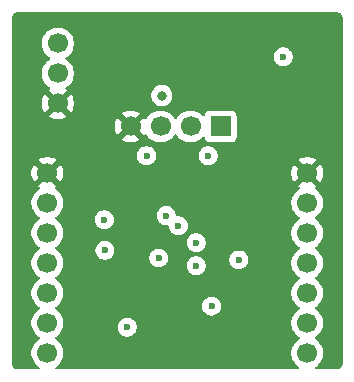
<source format=gbr>
%TF.GenerationSoftware,KiCad,Pcbnew,9.0.6*%
%TF.CreationDate,2025-11-30T13:42:40+01:00*%
%TF.ProjectId,stm32f030f4p6-board,73746d33-3266-4303-9330-663470362d62,rev?*%
%TF.SameCoordinates,Original*%
%TF.FileFunction,Copper,L3,Inr*%
%TF.FilePolarity,Positive*%
%FSLAX46Y46*%
G04 Gerber Fmt 4.6, Leading zero omitted, Abs format (unit mm)*
G04 Created by KiCad (PCBNEW 9.0.6) date 2025-11-30 13:42:40*
%MOMM*%
%LPD*%
G01*
G04 APERTURE LIST*
%TA.AperFunction,ComponentPad*%
%ADD10C,1.700000*%
%TD*%
%TA.AperFunction,ComponentPad*%
%ADD11R,1.700000X1.700000*%
%TD*%
%TA.AperFunction,ViaPad*%
%ADD12C,0.600000*%
%TD*%
%TA.AperFunction,ViaPad*%
%ADD13C,0.800000*%
%TD*%
G04 APERTURE END LIST*
D10*
%TO.N,+3.3V*%
%TO.C,J2*%
X86385500Y-56237999D03*
%TO.N,/boot0*%
X86385500Y-53697999D03*
%TO.N,unconnected-(J2-Pin_3-Pad3)*%
X86385500Y-51157999D03*
%TD*%
%TO.N,+3.3V*%
%TO.C,J3*%
X107500000Y-62134999D03*
%TO.N,GND*%
X107500000Y-64674999D03*
%TO.N,/PA9*%
X107500000Y-67214999D03*
%TO.N,/PB1*%
X107500000Y-69754999D03*
%TO.N,/PA7*%
X107500000Y-72294999D03*
%TO.N,/PA6*%
X107500000Y-74834999D03*
%TO.N,/PA5*%
X107500000Y-77374999D03*
%TD*%
%TO.N,+3.3V*%
%TO.C,J5*%
X85500000Y-62134999D03*
%TO.N,GND*%
X85500000Y-64674999D03*
%TO.N,/PA0*%
X85500000Y-67214999D03*
%TO.N,/PA1*%
X85500000Y-69754999D03*
%TO.N,/PA2*%
X85500000Y-72294999D03*
%TO.N,/PA3*%
X85500000Y-74834999D03*
%TO.N,/PA4*%
X85500000Y-77374999D03*
%TD*%
D11*
%TO.N,GND*%
%TO.C,J1*%
X100162500Y-58186999D03*
D10*
%TO.N,/SWCLK*%
X97622500Y-58186999D03*
%TO.N,/SWDIO*%
X95082500Y-58186999D03*
%TO.N,+3.3V*%
X92542500Y-58186999D03*
%TD*%
D12*
%TO.N,+3.3V*%
X92128500Y-67800000D03*
%TO.N,GND*%
X105458000Y-52293999D03*
%TO.N,Net-(U1-PF1)*%
X96591000Y-66582000D03*
%TO.N,Net-(U1-PF0)*%
X95550000Y-65730000D03*
%TO.N,GND*%
X93890000Y-60670000D03*
X99110000Y-60670000D03*
%TO.N,/PB1*%
X98099500Y-69970999D03*
%TO.N,+3.3V*%
X100462500Y-73341999D03*
X101690000Y-68515999D03*
%TO.N,GND*%
X99396500Y-73394999D03*
X101690000Y-69475999D03*
%TO.N,/PA9*%
X98099500Y-68020999D03*
%TO.N,GND*%
X90368500Y-68670999D03*
%TO.N,+3.3V*%
X106537500Y-57004999D03*
%TO.N,/PA0*%
X94921500Y-69320999D03*
D13*
%TO.N,GND*%
X95182500Y-55568999D03*
D12*
X90325000Y-66070999D03*
X92253500Y-75175999D03*
%TD*%
%TA.AperFunction,Conductor*%
%TO.N,+3.3V*%
G36*
X110006922Y-48501280D02*
G01*
X110097266Y-48511459D01*
X110124331Y-48517636D01*
X110203540Y-48545352D01*
X110228553Y-48557398D01*
X110299606Y-48602043D01*
X110321313Y-48619355D01*
X110380644Y-48678686D01*
X110397957Y-48700395D01*
X110442600Y-48771444D01*
X110454648Y-48796462D01*
X110482362Y-48875666D01*
X110488540Y-48902735D01*
X110498720Y-48993076D01*
X110499500Y-49006961D01*
X110499500Y-78243038D01*
X110498720Y-78256922D01*
X110498720Y-78256923D01*
X110488540Y-78347264D01*
X110482362Y-78374333D01*
X110454648Y-78453537D01*
X110442600Y-78478555D01*
X110397957Y-78549604D01*
X110380644Y-78571313D01*
X110321313Y-78630644D01*
X110299604Y-78647957D01*
X110228555Y-78692600D01*
X110203537Y-78704648D01*
X110124333Y-78732362D01*
X110097264Y-78738540D01*
X110017075Y-78747576D01*
X110006921Y-78748720D01*
X109993038Y-78749500D01*
X108287402Y-78749500D01*
X108220363Y-78729815D01*
X108174608Y-78677011D01*
X108164664Y-78607853D01*
X108193689Y-78544297D01*
X108214517Y-78525182D01*
X108379786Y-78405108D01*
X108379788Y-78405105D01*
X108379792Y-78405103D01*
X108530104Y-78254791D01*
X108530106Y-78254787D01*
X108530109Y-78254785D01*
X108655048Y-78082819D01*
X108655047Y-78082819D01*
X108655051Y-78082815D01*
X108751557Y-77893411D01*
X108817246Y-77691242D01*
X108850500Y-77481286D01*
X108850500Y-77268712D01*
X108817246Y-77058756D01*
X108751557Y-76856587D01*
X108655051Y-76667183D01*
X108655049Y-76667180D01*
X108655048Y-76667178D01*
X108530109Y-76495212D01*
X108379786Y-76344889D01*
X108207820Y-76219950D01*
X108207115Y-76219590D01*
X108199054Y-76215484D01*
X108148259Y-76167511D01*
X108131463Y-76099691D01*
X108153999Y-76033555D01*
X108199054Y-75994514D01*
X108207816Y-75990050D01*
X108268808Y-75945737D01*
X108379786Y-75865108D01*
X108379788Y-75865105D01*
X108379792Y-75865103D01*
X108530104Y-75714791D01*
X108530106Y-75714787D01*
X108530109Y-75714785D01*
X108655048Y-75542819D01*
X108655047Y-75542819D01*
X108655051Y-75542815D01*
X108751557Y-75353411D01*
X108817246Y-75151242D01*
X108850500Y-74941286D01*
X108850500Y-74728712D01*
X108817246Y-74518756D01*
X108751557Y-74316587D01*
X108655051Y-74127183D01*
X108655049Y-74127180D01*
X108655048Y-74127178D01*
X108530109Y-73955212D01*
X108379786Y-73804889D01*
X108207820Y-73679950D01*
X108207115Y-73679590D01*
X108199054Y-73675484D01*
X108148259Y-73627511D01*
X108131463Y-73559691D01*
X108153999Y-73493555D01*
X108199054Y-73454514D01*
X108207816Y-73450050D01*
X108229789Y-73434085D01*
X108379786Y-73325108D01*
X108379788Y-73325105D01*
X108379792Y-73325103D01*
X108530104Y-73174791D01*
X108530106Y-73174787D01*
X108530109Y-73174785D01*
X108655048Y-73002819D01*
X108655047Y-73002819D01*
X108655051Y-73002815D01*
X108751557Y-72813411D01*
X108817246Y-72611242D01*
X108850500Y-72401286D01*
X108850500Y-72188712D01*
X108817246Y-71978756D01*
X108751557Y-71776587D01*
X108655051Y-71587183D01*
X108655049Y-71587180D01*
X108655048Y-71587178D01*
X108530109Y-71415212D01*
X108379786Y-71264889D01*
X108207820Y-71139950D01*
X108207115Y-71139590D01*
X108199054Y-71135484D01*
X108148259Y-71087511D01*
X108131463Y-71019691D01*
X108153999Y-70953555D01*
X108199054Y-70914514D01*
X108207816Y-70910050D01*
X108229789Y-70894085D01*
X108379786Y-70785108D01*
X108379788Y-70785105D01*
X108379792Y-70785103D01*
X108530104Y-70634791D01*
X108530106Y-70634787D01*
X108530109Y-70634785D01*
X108655048Y-70462819D01*
X108655047Y-70462819D01*
X108655051Y-70462815D01*
X108751557Y-70273411D01*
X108817246Y-70071242D01*
X108850500Y-69861286D01*
X108850500Y-69648712D01*
X108817246Y-69438756D01*
X108751557Y-69236587D01*
X108655051Y-69047183D01*
X108655049Y-69047180D01*
X108655048Y-69047178D01*
X108530109Y-68875212D01*
X108379786Y-68724889D01*
X108207820Y-68599950D01*
X108207115Y-68599590D01*
X108199054Y-68595484D01*
X108148259Y-68547511D01*
X108131463Y-68479691D01*
X108153999Y-68413555D01*
X108199054Y-68374514D01*
X108207816Y-68370050D01*
X108315483Y-68291826D01*
X108379786Y-68245108D01*
X108379788Y-68245105D01*
X108379792Y-68245103D01*
X108530104Y-68094791D01*
X108530106Y-68094787D01*
X108530109Y-68094785D01*
X108655048Y-67922819D01*
X108655047Y-67922819D01*
X108655051Y-67922815D01*
X108751557Y-67733411D01*
X108817246Y-67531242D01*
X108850500Y-67321286D01*
X108850500Y-67108712D01*
X108817246Y-66898756D01*
X108751557Y-66696587D01*
X108655051Y-66507183D01*
X108655049Y-66507180D01*
X108655048Y-66507178D01*
X108530109Y-66335212D01*
X108379786Y-66184889D01*
X108207820Y-66059950D01*
X108207115Y-66059590D01*
X108199054Y-66055484D01*
X108148259Y-66007511D01*
X108131463Y-65939691D01*
X108153999Y-65873555D01*
X108199054Y-65834514D01*
X108207816Y-65830050D01*
X108279525Y-65777951D01*
X108379786Y-65705108D01*
X108379788Y-65705105D01*
X108379792Y-65705103D01*
X108530104Y-65554791D01*
X108530106Y-65554787D01*
X108530109Y-65554785D01*
X108655048Y-65382819D01*
X108655047Y-65382819D01*
X108655051Y-65382815D01*
X108751557Y-65193411D01*
X108817246Y-64991242D01*
X108850500Y-64781286D01*
X108850500Y-64568712D01*
X108817246Y-64358756D01*
X108751557Y-64156587D01*
X108655051Y-63967183D01*
X108655049Y-63967180D01*
X108655048Y-63967178D01*
X108530109Y-63795212D01*
X108379786Y-63644889D01*
X108207817Y-63519948D01*
X108198504Y-63515203D01*
X108147707Y-63467229D01*
X108130912Y-63399408D01*
X108153449Y-63333273D01*
X108198507Y-63294231D01*
X108207555Y-63289621D01*
X108261716Y-63250269D01*
X108261717Y-63250269D01*
X107629408Y-62617961D01*
X107692993Y-62600924D01*
X107807007Y-62535098D01*
X107900099Y-62442006D01*
X107965925Y-62327992D01*
X107982962Y-62264407D01*
X108615270Y-62896716D01*
X108615270Y-62896715D01*
X108654622Y-62842553D01*
X108751095Y-62653216D01*
X108816757Y-62451129D01*
X108816757Y-62451126D01*
X108850000Y-62241245D01*
X108850000Y-62028752D01*
X108816757Y-61818871D01*
X108816757Y-61818868D01*
X108751095Y-61616781D01*
X108654624Y-61427448D01*
X108615270Y-61373281D01*
X108615269Y-61373281D01*
X107982962Y-62005589D01*
X107965925Y-61942006D01*
X107900099Y-61827992D01*
X107807007Y-61734900D01*
X107692993Y-61669074D01*
X107629409Y-61652036D01*
X108261716Y-61019727D01*
X108207550Y-60980374D01*
X108018217Y-60883903D01*
X107816129Y-60818241D01*
X107606246Y-60784999D01*
X107393754Y-60784999D01*
X107183872Y-60818241D01*
X107183869Y-60818241D01*
X106981782Y-60883903D01*
X106792439Y-60980379D01*
X106738282Y-61019726D01*
X106738282Y-61019727D01*
X107370591Y-61652036D01*
X107307007Y-61669074D01*
X107192993Y-61734900D01*
X107099901Y-61827992D01*
X107034075Y-61942006D01*
X107017037Y-62005590D01*
X106384728Y-61373281D01*
X106384727Y-61373281D01*
X106345380Y-61427438D01*
X106248904Y-61616781D01*
X106183242Y-61818868D01*
X106183242Y-61818871D01*
X106150000Y-62028752D01*
X106150000Y-62241245D01*
X106183242Y-62451126D01*
X106183242Y-62451129D01*
X106248904Y-62653216D01*
X106345375Y-62842549D01*
X106384728Y-62896715D01*
X107017037Y-62264407D01*
X107034075Y-62327992D01*
X107099901Y-62442006D01*
X107192993Y-62535098D01*
X107307007Y-62600924D01*
X107370590Y-62617961D01*
X106738282Y-63250268D01*
X106738282Y-63250269D01*
X106792452Y-63289625D01*
X106792451Y-63289625D01*
X106801495Y-63294233D01*
X106852292Y-63342207D01*
X106869087Y-63410028D01*
X106846550Y-63476163D01*
X106801499Y-63515201D01*
X106792182Y-63519948D01*
X106620213Y-63644889D01*
X106469890Y-63795212D01*
X106344951Y-63967178D01*
X106248444Y-64156584D01*
X106182753Y-64358759D01*
X106149500Y-64568712D01*
X106149500Y-64781285D01*
X106177847Y-64960264D01*
X106182754Y-64991242D01*
X106220760Y-65108213D01*
X106248444Y-65193413D01*
X106344951Y-65382819D01*
X106469890Y-65554785D01*
X106620213Y-65705108D01*
X106792182Y-65830049D01*
X106800946Y-65834515D01*
X106851742Y-65882490D01*
X106868536Y-65950311D01*
X106845998Y-66016446D01*
X106800946Y-66055483D01*
X106792182Y-66059948D01*
X106620213Y-66184889D01*
X106469890Y-66335212D01*
X106344951Y-66507178D01*
X106248444Y-66696584D01*
X106182753Y-66898759D01*
X106149500Y-67108712D01*
X106149500Y-67321285D01*
X106182753Y-67531238D01*
X106248444Y-67733413D01*
X106344951Y-67922819D01*
X106469890Y-68094785D01*
X106620213Y-68245108D01*
X106792182Y-68370049D01*
X106800946Y-68374515D01*
X106851742Y-68422490D01*
X106868536Y-68490311D01*
X106845998Y-68556446D01*
X106800946Y-68595483D01*
X106792182Y-68599948D01*
X106620213Y-68724889D01*
X106469890Y-68875212D01*
X106344951Y-69047178D01*
X106248444Y-69236584D01*
X106182753Y-69438759D01*
X106149500Y-69648712D01*
X106149500Y-69861285D01*
X106179364Y-70049843D01*
X106182754Y-70071242D01*
X106226052Y-70204500D01*
X106248444Y-70273413D01*
X106344951Y-70462819D01*
X106469890Y-70634785D01*
X106620213Y-70785108D01*
X106792182Y-70910049D01*
X106800946Y-70914515D01*
X106851742Y-70962490D01*
X106868536Y-71030311D01*
X106845998Y-71096446D01*
X106800946Y-71135483D01*
X106792182Y-71139948D01*
X106620213Y-71264889D01*
X106469890Y-71415212D01*
X106344951Y-71587178D01*
X106248444Y-71776584D01*
X106182753Y-71978759D01*
X106149500Y-72188712D01*
X106149500Y-72401286D01*
X106182754Y-72611242D01*
X106235381Y-72773212D01*
X106248444Y-72813413D01*
X106344951Y-73002819D01*
X106469890Y-73174785D01*
X106620213Y-73325108D01*
X106792182Y-73450049D01*
X106800946Y-73454515D01*
X106851742Y-73502490D01*
X106868536Y-73570311D01*
X106845998Y-73636446D01*
X106800946Y-73675483D01*
X106792182Y-73679948D01*
X106620213Y-73804889D01*
X106469890Y-73955212D01*
X106344951Y-74127178D01*
X106248444Y-74316584D01*
X106182753Y-74518759D01*
X106149500Y-74728712D01*
X106149500Y-74941285D01*
X106182753Y-75151238D01*
X106248444Y-75353413D01*
X106344951Y-75542819D01*
X106469890Y-75714785D01*
X106620213Y-75865108D01*
X106792182Y-75990049D01*
X106800946Y-75994515D01*
X106851742Y-76042490D01*
X106868536Y-76110311D01*
X106845998Y-76176446D01*
X106800946Y-76215483D01*
X106792182Y-76219948D01*
X106620213Y-76344889D01*
X106469890Y-76495212D01*
X106344951Y-76667178D01*
X106248444Y-76856584D01*
X106182753Y-77058759D01*
X106149500Y-77268712D01*
X106149500Y-77481285D01*
X106182753Y-77691238D01*
X106248444Y-77893413D01*
X106344951Y-78082819D01*
X106469890Y-78254785D01*
X106620213Y-78405108D01*
X106785483Y-78525182D01*
X106828149Y-78580511D01*
X106834128Y-78650125D01*
X106801523Y-78711920D01*
X106740684Y-78746277D01*
X106712598Y-78749500D01*
X86287402Y-78749500D01*
X86220363Y-78729815D01*
X86174608Y-78677011D01*
X86164664Y-78607853D01*
X86193689Y-78544297D01*
X86214517Y-78525182D01*
X86379786Y-78405108D01*
X86379788Y-78405105D01*
X86379792Y-78405103D01*
X86530104Y-78254791D01*
X86530106Y-78254787D01*
X86530109Y-78254785D01*
X86655048Y-78082819D01*
X86655047Y-78082819D01*
X86655051Y-78082815D01*
X86751557Y-77893411D01*
X86817246Y-77691242D01*
X86850500Y-77481286D01*
X86850500Y-77268712D01*
X86817246Y-77058756D01*
X86751557Y-76856587D01*
X86655051Y-76667183D01*
X86655049Y-76667180D01*
X86655048Y-76667178D01*
X86530109Y-76495212D01*
X86379786Y-76344889D01*
X86207820Y-76219950D01*
X86207115Y-76219590D01*
X86199054Y-76215484D01*
X86148259Y-76167511D01*
X86131463Y-76099691D01*
X86153999Y-76033555D01*
X86199054Y-75994514D01*
X86207816Y-75990050D01*
X86268808Y-75945737D01*
X86379786Y-75865108D01*
X86379788Y-75865105D01*
X86379792Y-75865103D01*
X86530104Y-75714791D01*
X86530106Y-75714787D01*
X86530109Y-75714785D01*
X86655048Y-75542819D01*
X86655047Y-75542819D01*
X86655051Y-75542815D01*
X86751557Y-75353411D01*
X86817246Y-75151242D01*
X86825813Y-75097152D01*
X91453000Y-75097152D01*
X91453000Y-75254845D01*
X91483761Y-75409488D01*
X91483764Y-75409500D01*
X91544102Y-75555171D01*
X91544109Y-75555184D01*
X91631710Y-75686287D01*
X91631713Y-75686291D01*
X91743207Y-75797785D01*
X91743211Y-75797788D01*
X91874314Y-75885389D01*
X91874327Y-75885396D01*
X92019998Y-75945734D01*
X92020003Y-75945736D01*
X92174653Y-75976498D01*
X92174656Y-75976499D01*
X92174658Y-75976499D01*
X92332344Y-75976499D01*
X92332345Y-75976498D01*
X92486997Y-75945736D01*
X92632679Y-75885393D01*
X92763789Y-75797788D01*
X92875289Y-75686288D01*
X92962894Y-75555178D01*
X93023237Y-75409496D01*
X93054000Y-75254841D01*
X93054000Y-75097157D01*
X93054000Y-75097154D01*
X93053999Y-75097152D01*
X93023238Y-74942509D01*
X93023237Y-74942502D01*
X93022733Y-74941285D01*
X92962897Y-74796826D01*
X92962890Y-74796813D01*
X92875289Y-74665710D01*
X92875286Y-74665706D01*
X92763792Y-74554212D01*
X92763788Y-74554209D01*
X92632685Y-74466608D01*
X92632672Y-74466601D01*
X92487001Y-74406263D01*
X92486989Y-74406260D01*
X92332345Y-74375499D01*
X92332342Y-74375499D01*
X92174658Y-74375499D01*
X92174655Y-74375499D01*
X92020010Y-74406260D01*
X92019998Y-74406263D01*
X91874327Y-74466601D01*
X91874314Y-74466608D01*
X91743211Y-74554209D01*
X91743207Y-74554212D01*
X91631713Y-74665706D01*
X91631710Y-74665710D01*
X91544109Y-74796813D01*
X91544102Y-74796826D01*
X91483764Y-74942497D01*
X91483761Y-74942509D01*
X91453000Y-75097152D01*
X86825813Y-75097152D01*
X86850500Y-74941286D01*
X86850500Y-74728712D01*
X86817246Y-74518756D01*
X86751557Y-74316587D01*
X86655051Y-74127183D01*
X86655049Y-74127180D01*
X86655048Y-74127178D01*
X86530109Y-73955212D01*
X86379786Y-73804889D01*
X86207820Y-73679950D01*
X86207115Y-73679590D01*
X86199054Y-73675484D01*
X86148259Y-73627511D01*
X86131463Y-73559691D01*
X86153999Y-73493555D01*
X86199054Y-73454514D01*
X86207816Y-73450050D01*
X86229789Y-73434085D01*
X86379786Y-73325108D01*
X86379788Y-73325105D01*
X86379792Y-73325103D01*
X86388743Y-73316152D01*
X98596000Y-73316152D01*
X98596000Y-73473845D01*
X98626761Y-73628488D01*
X98626764Y-73628500D01*
X98687102Y-73774171D01*
X98687109Y-73774184D01*
X98774710Y-73905287D01*
X98774713Y-73905291D01*
X98886207Y-74016785D01*
X98886211Y-74016788D01*
X99017314Y-74104389D01*
X99017327Y-74104396D01*
X99072341Y-74127183D01*
X99163003Y-74164736D01*
X99317653Y-74195498D01*
X99317656Y-74195499D01*
X99317658Y-74195499D01*
X99475344Y-74195499D01*
X99475345Y-74195498D01*
X99629997Y-74164736D01*
X99775679Y-74104393D01*
X99906789Y-74016788D01*
X100018289Y-73905288D01*
X100105894Y-73774178D01*
X100166237Y-73628496D01*
X100197000Y-73473841D01*
X100197000Y-73316157D01*
X100197000Y-73316154D01*
X100196999Y-73316152D01*
X100166238Y-73161509D01*
X100166237Y-73161502D01*
X100166235Y-73161497D01*
X100105897Y-73015826D01*
X100105890Y-73015813D01*
X100018289Y-72884710D01*
X100018286Y-72884706D01*
X99906792Y-72773212D01*
X99906788Y-72773209D01*
X99775685Y-72685608D01*
X99775672Y-72685601D01*
X99630001Y-72625263D01*
X99629989Y-72625260D01*
X99475345Y-72594499D01*
X99475342Y-72594499D01*
X99317658Y-72594499D01*
X99317655Y-72594499D01*
X99163010Y-72625260D01*
X99162998Y-72625263D01*
X99017327Y-72685601D01*
X99017314Y-72685608D01*
X98886211Y-72773209D01*
X98886207Y-72773212D01*
X98774713Y-72884706D01*
X98774710Y-72884710D01*
X98687109Y-73015813D01*
X98687102Y-73015826D01*
X98626764Y-73161497D01*
X98626761Y-73161509D01*
X98596000Y-73316152D01*
X86388743Y-73316152D01*
X86530104Y-73174791D01*
X86530106Y-73174787D01*
X86530109Y-73174785D01*
X86655048Y-73002819D01*
X86655047Y-73002819D01*
X86655051Y-73002815D01*
X86751557Y-72813411D01*
X86817246Y-72611242D01*
X86850500Y-72401286D01*
X86850500Y-72188712D01*
X86817246Y-71978756D01*
X86751557Y-71776587D01*
X86655051Y-71587183D01*
X86655049Y-71587180D01*
X86655048Y-71587178D01*
X86530109Y-71415212D01*
X86379786Y-71264889D01*
X86207820Y-71139950D01*
X86207115Y-71139590D01*
X86199054Y-71135484D01*
X86148259Y-71087511D01*
X86131463Y-71019691D01*
X86153999Y-70953555D01*
X86199054Y-70914514D01*
X86207816Y-70910050D01*
X86229789Y-70894085D01*
X86379786Y-70785108D01*
X86379788Y-70785105D01*
X86379792Y-70785103D01*
X86530104Y-70634791D01*
X86530106Y-70634787D01*
X86530109Y-70634785D01*
X86655048Y-70462819D01*
X86655047Y-70462819D01*
X86655051Y-70462815D01*
X86751557Y-70273411D01*
X86817246Y-70071242D01*
X86850500Y-69861286D01*
X86850500Y-69648712D01*
X86817246Y-69438756D01*
X86751557Y-69236587D01*
X86655051Y-69047183D01*
X86655049Y-69047180D01*
X86655048Y-69047178D01*
X86530109Y-68875212D01*
X86379790Y-68724893D01*
X86379785Y-68724889D01*
X86327673Y-68687027D01*
X86327612Y-68686984D01*
X86207816Y-68599948D01*
X86192515Y-68592152D01*
X89568000Y-68592152D01*
X89568000Y-68749845D01*
X89598761Y-68904488D01*
X89598764Y-68904500D01*
X89659102Y-69050171D01*
X89659109Y-69050184D01*
X89746710Y-69181287D01*
X89746713Y-69181291D01*
X89858207Y-69292785D01*
X89858211Y-69292788D01*
X89989314Y-69380389D01*
X89989327Y-69380396D01*
X90130223Y-69438756D01*
X90135003Y-69440736D01*
X90289653Y-69471498D01*
X90289656Y-69471499D01*
X90289658Y-69471499D01*
X90447344Y-69471499D01*
X90447345Y-69471498D01*
X90601997Y-69440736D01*
X90747679Y-69380393D01*
X90878789Y-69292788D01*
X90929425Y-69242152D01*
X94121000Y-69242152D01*
X94121000Y-69399845D01*
X94151761Y-69554488D01*
X94151764Y-69554500D01*
X94212102Y-69700171D01*
X94212109Y-69700184D01*
X94299710Y-69831287D01*
X94299713Y-69831291D01*
X94411207Y-69942785D01*
X94411211Y-69942788D01*
X94542314Y-70030389D01*
X94542327Y-70030396D01*
X94687998Y-70090734D01*
X94688003Y-70090736D01*
X94842653Y-70121498D01*
X94842656Y-70121499D01*
X94842658Y-70121499D01*
X95000344Y-70121499D01*
X95000345Y-70121498D01*
X95154997Y-70090736D01*
X95300679Y-70030393D01*
X95431789Y-69942788D01*
X95482425Y-69892152D01*
X97299000Y-69892152D01*
X97299000Y-70049845D01*
X97329761Y-70204488D01*
X97329764Y-70204500D01*
X97390102Y-70350171D01*
X97390109Y-70350184D01*
X97477710Y-70481287D01*
X97477713Y-70481291D01*
X97589207Y-70592785D01*
X97589211Y-70592788D01*
X97720314Y-70680389D01*
X97720327Y-70680396D01*
X97865998Y-70740734D01*
X97866003Y-70740736D01*
X98020653Y-70771498D01*
X98020656Y-70771499D01*
X98020658Y-70771499D01*
X98178344Y-70771499D01*
X98178345Y-70771498D01*
X98332997Y-70740736D01*
X98478679Y-70680393D01*
X98609789Y-70592788D01*
X98721289Y-70481288D01*
X98808894Y-70350178D01*
X98869237Y-70204496D01*
X98900000Y-70049841D01*
X98900000Y-69892157D01*
X98900000Y-69892154D01*
X98899999Y-69892152D01*
X98893859Y-69861285D01*
X98869237Y-69737502D01*
X98857633Y-69709488D01*
X98808897Y-69591826D01*
X98808890Y-69591813D01*
X98721291Y-69460713D01*
X98721286Y-69460706D01*
X98657732Y-69397152D01*
X100889500Y-69397152D01*
X100889500Y-69554845D01*
X100920261Y-69709488D01*
X100920264Y-69709500D01*
X100980602Y-69855171D01*
X100980609Y-69855184D01*
X101068210Y-69986287D01*
X101068213Y-69986291D01*
X101179707Y-70097785D01*
X101179711Y-70097788D01*
X101310814Y-70185389D01*
X101310827Y-70185396D01*
X101456498Y-70245734D01*
X101456503Y-70245736D01*
X101595634Y-70273411D01*
X101611153Y-70276498D01*
X101611156Y-70276499D01*
X101611158Y-70276499D01*
X101768844Y-70276499D01*
X101768845Y-70276498D01*
X101923497Y-70245736D01*
X102069179Y-70185393D01*
X102200289Y-70097788D01*
X102311789Y-69986288D01*
X102399394Y-69855178D01*
X102409290Y-69831288D01*
X102415136Y-69817174D01*
X102459737Y-69709496D01*
X102490500Y-69554841D01*
X102490500Y-69397157D01*
X102490500Y-69397154D01*
X102490499Y-69397152D01*
X102480962Y-69349209D01*
X102459737Y-69242502D01*
X102457286Y-69236584D01*
X102399397Y-69096826D01*
X102399390Y-69096813D01*
X102311789Y-68965710D01*
X102311786Y-68965706D01*
X102200292Y-68854212D01*
X102200288Y-68854209D01*
X102069185Y-68766608D01*
X102069172Y-68766601D01*
X101923501Y-68706263D01*
X101923489Y-68706260D01*
X101768845Y-68675499D01*
X101768842Y-68675499D01*
X101611158Y-68675499D01*
X101611155Y-68675499D01*
X101456510Y-68706260D01*
X101456498Y-68706263D01*
X101310827Y-68766601D01*
X101310814Y-68766608D01*
X101179711Y-68854209D01*
X101179707Y-68854212D01*
X101068213Y-68965706D01*
X101068210Y-68965710D01*
X100980609Y-69096813D01*
X100980602Y-69096826D01*
X100920264Y-69242497D01*
X100920261Y-69242509D01*
X100889500Y-69397152D01*
X98657732Y-69397152D01*
X98609792Y-69349212D01*
X98609788Y-69349209D01*
X98478685Y-69261608D01*
X98478672Y-69261601D01*
X98333001Y-69201263D01*
X98332989Y-69201260D01*
X98178345Y-69170499D01*
X98178342Y-69170499D01*
X98020658Y-69170499D01*
X98020655Y-69170499D01*
X97866010Y-69201260D01*
X97865998Y-69201263D01*
X97720327Y-69261601D01*
X97720314Y-69261608D01*
X97589211Y-69349209D01*
X97589207Y-69349212D01*
X97477713Y-69460706D01*
X97477710Y-69460710D01*
X97390109Y-69591813D01*
X97390102Y-69591826D01*
X97329764Y-69737497D01*
X97329761Y-69737509D01*
X97299000Y-69892152D01*
X95482425Y-69892152D01*
X95543289Y-69831288D01*
X95630894Y-69700178D01*
X95691237Y-69554496D01*
X95722000Y-69399841D01*
X95722000Y-69242157D01*
X95722000Y-69242154D01*
X95721999Y-69242152D01*
X95707085Y-69167174D01*
X95691237Y-69087502D01*
X95691235Y-69087497D01*
X95630897Y-68941826D01*
X95630890Y-68941813D01*
X95543289Y-68810710D01*
X95543286Y-68810706D01*
X95431792Y-68699212D01*
X95431788Y-68699209D01*
X95300685Y-68611608D01*
X95300672Y-68611601D01*
X95155001Y-68551263D01*
X95154989Y-68551260D01*
X95000345Y-68520499D01*
X95000342Y-68520499D01*
X94842658Y-68520499D01*
X94842655Y-68520499D01*
X94688010Y-68551260D01*
X94687998Y-68551263D01*
X94542327Y-68611601D01*
X94542314Y-68611608D01*
X94411211Y-68699209D01*
X94411207Y-68699212D01*
X94299713Y-68810706D01*
X94299710Y-68810710D01*
X94212109Y-68941813D01*
X94212102Y-68941826D01*
X94151764Y-69087497D01*
X94151761Y-69087509D01*
X94121000Y-69242152D01*
X90929425Y-69242152D01*
X90990289Y-69181288D01*
X91046734Y-69096813D01*
X91077890Y-69050184D01*
X91077890Y-69050183D01*
X91077894Y-69050178D01*
X91138237Y-68904496D01*
X91169000Y-68749841D01*
X91169000Y-68592157D01*
X91169000Y-68592154D01*
X91168999Y-68592152D01*
X91163754Y-68565782D01*
X91138237Y-68437502D01*
X91125666Y-68407152D01*
X91077897Y-68291826D01*
X91077890Y-68291813D01*
X90990289Y-68160710D01*
X90990286Y-68160706D01*
X90878789Y-68049209D01*
X90863759Y-68039167D01*
X90747685Y-67961608D01*
X90747672Y-67961601D01*
X90700717Y-67942152D01*
X97299000Y-67942152D01*
X97299000Y-68099845D01*
X97329761Y-68254488D01*
X97329764Y-68254500D01*
X97390102Y-68400171D01*
X97390109Y-68400184D01*
X97477710Y-68531287D01*
X97477713Y-68531291D01*
X97589207Y-68642785D01*
X97589211Y-68642788D01*
X97720314Y-68730389D01*
X97720327Y-68730396D01*
X97807745Y-68766605D01*
X97866003Y-68790736D01*
X98020653Y-68821498D01*
X98020656Y-68821499D01*
X98020658Y-68821499D01*
X98178344Y-68821499D01*
X98178345Y-68821498D01*
X98332997Y-68790736D01*
X98478679Y-68730393D01*
X98609789Y-68642788D01*
X98721289Y-68531288D01*
X98808894Y-68400178D01*
X98869237Y-68254496D01*
X98900000Y-68099841D01*
X98900000Y-67942157D01*
X98900000Y-67942154D01*
X98899999Y-67942152D01*
X98869238Y-67787509D01*
X98869237Y-67787502D01*
X98846832Y-67733411D01*
X98808897Y-67641826D01*
X98808890Y-67641813D01*
X98721289Y-67510710D01*
X98721286Y-67510706D01*
X98609792Y-67399212D01*
X98609788Y-67399209D01*
X98478685Y-67311608D01*
X98478672Y-67311601D01*
X98333001Y-67251263D01*
X98332989Y-67251260D01*
X98178345Y-67220499D01*
X98178342Y-67220499D01*
X98020658Y-67220499D01*
X98020655Y-67220499D01*
X97866010Y-67251260D01*
X97865998Y-67251263D01*
X97720327Y-67311601D01*
X97720314Y-67311608D01*
X97589211Y-67399209D01*
X97589207Y-67399212D01*
X97477713Y-67510706D01*
X97477710Y-67510710D01*
X97390109Y-67641813D01*
X97390102Y-67641826D01*
X97329764Y-67787497D01*
X97329761Y-67787509D01*
X97299000Y-67942152D01*
X90700717Y-67942152D01*
X90602001Y-67901263D01*
X90601989Y-67901260D01*
X90447345Y-67870499D01*
X90447342Y-67870499D01*
X90289658Y-67870499D01*
X90289655Y-67870499D01*
X90135010Y-67901260D01*
X90134998Y-67901263D01*
X89989327Y-67961601D01*
X89989314Y-67961608D01*
X89858211Y-68049209D01*
X89858207Y-68049212D01*
X89746713Y-68160706D01*
X89746710Y-68160710D01*
X89659109Y-68291813D01*
X89659102Y-68291826D01*
X89598764Y-68437497D01*
X89598761Y-68437509D01*
X89568000Y-68592152D01*
X86192515Y-68592152D01*
X86191324Y-68591545D01*
X86184220Y-68586570D01*
X86167605Y-68565782D01*
X86148259Y-68547511D01*
X86146129Y-68538911D01*
X86140598Y-68531991D01*
X86137859Y-68505520D01*
X86131463Y-68479691D01*
X86134320Y-68471304D01*
X86133409Y-68462492D01*
X86145415Y-68438743D01*
X86153999Y-68413555D01*
X86161388Y-68407152D01*
X86164934Y-68400139D01*
X86179078Y-68391823D01*
X86199054Y-68374514D01*
X86207816Y-68370050D01*
X86315483Y-68291826D01*
X86379786Y-68245108D01*
X86379788Y-68245105D01*
X86379792Y-68245103D01*
X86530104Y-68094791D01*
X86530106Y-68094787D01*
X86530109Y-68094785D01*
X86655048Y-67922819D01*
X86655047Y-67922819D01*
X86655051Y-67922815D01*
X86751557Y-67733411D01*
X86817246Y-67531242D01*
X86850500Y-67321286D01*
X86850500Y-67108712D01*
X86817246Y-66898756D01*
X86751557Y-66696587D01*
X86655051Y-66507183D01*
X86655049Y-66507180D01*
X86655048Y-66507178D01*
X86530109Y-66335212D01*
X86379786Y-66184889D01*
X86246292Y-66087902D01*
X86246287Y-66087899D01*
X86207816Y-66059948D01*
X86192648Y-66052219D01*
X86186673Y-66048245D01*
X86168645Y-66026764D01*
X86148259Y-66007511D01*
X86146489Y-66000364D01*
X86141757Y-65994726D01*
X86141428Y-65992152D01*
X89524500Y-65992152D01*
X89524500Y-66149845D01*
X89555261Y-66304488D01*
X89555264Y-66304500D01*
X89615602Y-66450171D01*
X89615609Y-66450184D01*
X89703210Y-66581287D01*
X89703213Y-66581291D01*
X89814707Y-66692785D01*
X89814711Y-66692788D01*
X89945814Y-66780389D01*
X89945827Y-66780396D01*
X90091498Y-66840734D01*
X90091503Y-66840736D01*
X90246153Y-66871498D01*
X90246156Y-66871499D01*
X90246158Y-66871499D01*
X90403844Y-66871499D01*
X90403845Y-66871498D01*
X90558497Y-66840736D01*
X90704179Y-66780393D01*
X90835289Y-66692788D01*
X90946789Y-66581288D01*
X91034394Y-66450178D01*
X91094737Y-66304496D01*
X91125500Y-66149841D01*
X91125500Y-65992157D01*
X91125500Y-65992154D01*
X91125499Y-65992152D01*
X91119799Y-65963497D01*
X91094737Y-65837502D01*
X91084282Y-65812261D01*
X91034684Y-65692518D01*
X91034398Y-65691827D01*
X91034390Y-65691813D01*
X91007222Y-65651153D01*
X94749500Y-65651153D01*
X94749500Y-65808846D01*
X94780261Y-65963489D01*
X94780264Y-65963501D01*
X94840602Y-66109172D01*
X94840609Y-66109185D01*
X94928210Y-66240288D01*
X94928213Y-66240292D01*
X95039707Y-66351786D01*
X95039711Y-66351789D01*
X95170814Y-66439390D01*
X95170827Y-66439397D01*
X95308128Y-66496268D01*
X95316503Y-66499737D01*
X95457695Y-66527822D01*
X95471153Y-66530499D01*
X95471156Y-66530500D01*
X95471158Y-66530500D01*
X95628843Y-66530500D01*
X95633151Y-66529642D01*
X95642304Y-66527822D01*
X95711895Y-66534046D01*
X95767074Y-66576907D01*
X95790322Y-66642795D01*
X95790500Y-66649438D01*
X95790500Y-66660846D01*
X95821261Y-66815489D01*
X95821264Y-66815501D01*
X95881602Y-66961172D01*
X95881609Y-66961185D01*
X95969210Y-67092288D01*
X95969213Y-67092292D01*
X96080707Y-67203786D01*
X96080711Y-67203789D01*
X96211814Y-67291390D01*
X96211827Y-67291397D01*
X96283987Y-67321286D01*
X96357503Y-67351737D01*
X96512153Y-67382499D01*
X96512156Y-67382500D01*
X96512158Y-67382500D01*
X96669844Y-67382500D01*
X96669845Y-67382499D01*
X96824497Y-67351737D01*
X96970179Y-67291394D01*
X97101289Y-67203789D01*
X97212789Y-67092289D01*
X97300394Y-66961179D01*
X97360737Y-66815497D01*
X97391500Y-66660842D01*
X97391500Y-66503158D01*
X97391500Y-66503155D01*
X97391499Y-66503153D01*
X97380963Y-66450184D01*
X97360737Y-66348503D01*
X97355230Y-66335207D01*
X97300397Y-66202827D01*
X97300390Y-66202814D01*
X97212789Y-66071711D01*
X97212786Y-66071707D01*
X97101292Y-65960213D01*
X97101288Y-65960210D01*
X96970185Y-65872609D01*
X96970172Y-65872602D01*
X96824501Y-65812264D01*
X96824489Y-65812261D01*
X96669845Y-65781500D01*
X96669842Y-65781500D01*
X96512158Y-65781500D01*
X96512153Y-65781500D01*
X96498691Y-65784178D01*
X96429099Y-65777951D01*
X96373922Y-65735087D01*
X96350678Y-65669198D01*
X96350500Y-65662561D01*
X96350500Y-65651155D01*
X96350499Y-65651153D01*
X96319737Y-65496503D01*
X96300148Y-65449210D01*
X96259397Y-65350827D01*
X96259390Y-65350814D01*
X96171789Y-65219711D01*
X96171786Y-65219707D01*
X96060292Y-65108213D01*
X96060288Y-65108210D01*
X95929185Y-65020609D01*
X95929172Y-65020602D01*
X95783501Y-64960264D01*
X95783489Y-64960261D01*
X95628845Y-64929500D01*
X95628842Y-64929500D01*
X95471158Y-64929500D01*
X95471155Y-64929500D01*
X95316510Y-64960261D01*
X95316498Y-64960264D01*
X95170827Y-65020602D01*
X95170814Y-65020609D01*
X95039711Y-65108210D01*
X95039707Y-65108213D01*
X94928213Y-65219707D01*
X94928210Y-65219711D01*
X94840609Y-65350814D01*
X94840602Y-65350827D01*
X94780264Y-65496498D01*
X94780261Y-65496510D01*
X94749500Y-65651153D01*
X91007222Y-65651153D01*
X90946789Y-65560710D01*
X90946786Y-65560706D01*
X90835292Y-65449212D01*
X90835288Y-65449209D01*
X90704185Y-65361608D01*
X90704172Y-65361601D01*
X90558501Y-65301263D01*
X90558489Y-65301260D01*
X90403845Y-65270499D01*
X90403842Y-65270499D01*
X90246158Y-65270499D01*
X90246155Y-65270499D01*
X90091510Y-65301260D01*
X90091498Y-65301263D01*
X89945827Y-65361601D01*
X89945814Y-65361608D01*
X89814711Y-65449209D01*
X89814707Y-65449212D01*
X89703213Y-65560706D01*
X89703210Y-65560710D01*
X89615609Y-65691813D01*
X89615602Y-65691826D01*
X89555264Y-65837497D01*
X89555261Y-65837509D01*
X89524500Y-65992152D01*
X86141428Y-65992152D01*
X86138204Y-65966912D01*
X86131463Y-65939691D01*
X86133837Y-65932721D01*
X86132905Y-65925419D01*
X86144953Y-65900099D01*
X86153999Y-65873555D01*
X86160102Y-65868266D01*
X86162928Y-65862329D01*
X86177117Y-65853523D01*
X86199054Y-65834514D01*
X86207816Y-65830050D01*
X86279525Y-65777951D01*
X86379786Y-65705108D01*
X86379788Y-65705105D01*
X86379792Y-65705103D01*
X86530104Y-65554791D01*
X86530106Y-65554787D01*
X86530109Y-65554785D01*
X86655048Y-65382819D01*
X86655047Y-65382819D01*
X86655051Y-65382815D01*
X86751557Y-65193411D01*
X86817246Y-64991242D01*
X86850500Y-64781286D01*
X86850500Y-64568712D01*
X86817246Y-64358756D01*
X86751557Y-64156587D01*
X86655051Y-63967183D01*
X86655049Y-63967180D01*
X86655048Y-63967178D01*
X86530109Y-63795212D01*
X86379786Y-63644889D01*
X86207817Y-63519948D01*
X86198504Y-63515203D01*
X86147707Y-63467229D01*
X86130912Y-63399408D01*
X86153449Y-63333273D01*
X86198507Y-63294231D01*
X86207555Y-63289621D01*
X86261716Y-63250269D01*
X86261717Y-63250269D01*
X85629408Y-62617961D01*
X85692993Y-62600924D01*
X85807007Y-62535098D01*
X85900099Y-62442006D01*
X85965925Y-62327992D01*
X85982962Y-62264407D01*
X86615270Y-62896716D01*
X86615270Y-62896715D01*
X86654622Y-62842553D01*
X86751095Y-62653216D01*
X86816757Y-62451129D01*
X86816757Y-62451126D01*
X86850000Y-62241245D01*
X86850000Y-62028752D01*
X86816757Y-61818871D01*
X86816757Y-61818868D01*
X86751095Y-61616781D01*
X86654624Y-61427448D01*
X86615270Y-61373281D01*
X86615269Y-61373281D01*
X85982962Y-62005589D01*
X85965925Y-61942006D01*
X85900099Y-61827992D01*
X85807007Y-61734900D01*
X85692993Y-61669074D01*
X85629409Y-61652036D01*
X86261716Y-61019727D01*
X86207550Y-60980374D01*
X86018217Y-60883903D01*
X85816129Y-60818241D01*
X85606246Y-60784999D01*
X85393754Y-60784999D01*
X85183872Y-60818241D01*
X85183869Y-60818241D01*
X84981782Y-60883903D01*
X84792439Y-60980379D01*
X84738282Y-61019726D01*
X84738282Y-61019727D01*
X85370591Y-61652036D01*
X85307007Y-61669074D01*
X85192993Y-61734900D01*
X85099901Y-61827992D01*
X85034075Y-61942006D01*
X85017037Y-62005590D01*
X84384728Y-61373281D01*
X84384727Y-61373281D01*
X84345380Y-61427438D01*
X84248904Y-61616781D01*
X84183242Y-61818868D01*
X84183242Y-61818871D01*
X84150000Y-62028752D01*
X84150000Y-62241245D01*
X84183242Y-62451126D01*
X84183242Y-62451129D01*
X84248904Y-62653216D01*
X84345375Y-62842549D01*
X84384728Y-62896715D01*
X85017037Y-62264407D01*
X85034075Y-62327992D01*
X85099901Y-62442006D01*
X85192993Y-62535098D01*
X85307007Y-62600924D01*
X85370590Y-62617961D01*
X84738282Y-63250268D01*
X84738282Y-63250269D01*
X84792452Y-63289625D01*
X84792451Y-63289625D01*
X84801495Y-63294233D01*
X84852292Y-63342207D01*
X84869087Y-63410028D01*
X84846550Y-63476163D01*
X84801499Y-63515201D01*
X84792182Y-63519948D01*
X84620213Y-63644889D01*
X84469890Y-63795212D01*
X84344951Y-63967178D01*
X84248444Y-64156584D01*
X84182753Y-64358759D01*
X84149500Y-64568712D01*
X84149500Y-64781285D01*
X84177847Y-64960264D01*
X84182754Y-64991242D01*
X84220760Y-65108213D01*
X84248444Y-65193413D01*
X84344951Y-65382819D01*
X84469890Y-65554785D01*
X84620213Y-65705108D01*
X84792182Y-65830049D01*
X84800946Y-65834515D01*
X84851742Y-65882490D01*
X84868536Y-65950311D01*
X84845998Y-66016446D01*
X84800946Y-66055483D01*
X84792182Y-66059948D01*
X84620213Y-66184889D01*
X84469890Y-66335212D01*
X84344951Y-66507178D01*
X84248444Y-66696584D01*
X84182753Y-66898759D01*
X84149500Y-67108712D01*
X84149500Y-67321285D01*
X84182753Y-67531238D01*
X84248444Y-67733413D01*
X84344951Y-67922819D01*
X84469890Y-68094785D01*
X84620213Y-68245108D01*
X84792182Y-68370049D01*
X84800946Y-68374515D01*
X84851742Y-68422490D01*
X84868536Y-68490311D01*
X84845998Y-68556446D01*
X84800946Y-68595483D01*
X84792182Y-68599948D01*
X84620213Y-68724889D01*
X84469890Y-68875212D01*
X84344951Y-69047178D01*
X84248444Y-69236584D01*
X84182753Y-69438759D01*
X84149500Y-69648712D01*
X84149500Y-69861285D01*
X84179364Y-70049843D01*
X84182754Y-70071242D01*
X84226052Y-70204500D01*
X84248444Y-70273413D01*
X84344951Y-70462819D01*
X84469890Y-70634785D01*
X84620213Y-70785108D01*
X84792182Y-70910049D01*
X84800946Y-70914515D01*
X84851742Y-70962490D01*
X84868536Y-71030311D01*
X84845998Y-71096446D01*
X84800946Y-71135483D01*
X84792182Y-71139948D01*
X84620213Y-71264889D01*
X84469890Y-71415212D01*
X84344951Y-71587178D01*
X84248444Y-71776584D01*
X84182753Y-71978759D01*
X84149500Y-72188712D01*
X84149500Y-72401286D01*
X84182754Y-72611242D01*
X84235381Y-72773212D01*
X84248444Y-72813413D01*
X84344951Y-73002819D01*
X84469890Y-73174785D01*
X84620213Y-73325108D01*
X84792182Y-73450049D01*
X84800946Y-73454515D01*
X84851742Y-73502490D01*
X84868536Y-73570311D01*
X84845998Y-73636446D01*
X84800946Y-73675483D01*
X84792182Y-73679948D01*
X84620213Y-73804889D01*
X84469890Y-73955212D01*
X84344951Y-74127178D01*
X84248444Y-74316584D01*
X84182753Y-74518759D01*
X84149500Y-74728712D01*
X84149500Y-74941285D01*
X84182753Y-75151238D01*
X84248444Y-75353413D01*
X84344951Y-75542819D01*
X84469890Y-75714785D01*
X84620213Y-75865108D01*
X84792182Y-75990049D01*
X84800946Y-75994515D01*
X84851742Y-76042490D01*
X84868536Y-76110311D01*
X84845998Y-76176446D01*
X84800946Y-76215483D01*
X84792182Y-76219948D01*
X84620213Y-76344889D01*
X84469890Y-76495212D01*
X84344951Y-76667178D01*
X84248444Y-76856584D01*
X84182753Y-77058759D01*
X84149500Y-77268712D01*
X84149500Y-77481285D01*
X84182753Y-77691238D01*
X84248444Y-77893413D01*
X84344951Y-78082819D01*
X84469890Y-78254785D01*
X84620213Y-78405108D01*
X84785483Y-78525182D01*
X84828149Y-78580511D01*
X84834128Y-78650125D01*
X84801523Y-78711920D01*
X84740684Y-78746277D01*
X84712598Y-78749500D01*
X83006962Y-78749500D01*
X82993078Y-78748720D01*
X82980553Y-78747308D01*
X82902735Y-78738540D01*
X82875666Y-78732362D01*
X82796462Y-78704648D01*
X82771444Y-78692600D01*
X82700395Y-78647957D01*
X82678686Y-78630644D01*
X82619355Y-78571313D01*
X82602042Y-78549604D01*
X82598707Y-78544297D01*
X82557398Y-78478553D01*
X82545351Y-78453537D01*
X82528405Y-78405108D01*
X82517636Y-78374331D01*
X82511459Y-78347263D01*
X82501280Y-78256922D01*
X82500500Y-78243038D01*
X82500500Y-60591153D01*
X93089500Y-60591153D01*
X93089500Y-60748846D01*
X93120261Y-60903489D01*
X93120264Y-60903501D01*
X93180602Y-61049172D01*
X93180609Y-61049185D01*
X93268210Y-61180288D01*
X93268213Y-61180292D01*
X93379707Y-61291786D01*
X93379711Y-61291789D01*
X93510814Y-61379390D01*
X93510827Y-61379397D01*
X93656498Y-61439735D01*
X93656503Y-61439737D01*
X93811153Y-61470499D01*
X93811156Y-61470500D01*
X93811158Y-61470500D01*
X93968844Y-61470500D01*
X93968845Y-61470499D01*
X94123497Y-61439737D01*
X94269179Y-61379394D01*
X94400289Y-61291789D01*
X94511789Y-61180289D01*
X94599394Y-61049179D01*
X94659737Y-60903497D01*
X94690500Y-60748842D01*
X94690500Y-60591158D01*
X94690500Y-60591155D01*
X94690499Y-60591153D01*
X98309500Y-60591153D01*
X98309500Y-60748846D01*
X98340261Y-60903489D01*
X98340264Y-60903501D01*
X98400602Y-61049172D01*
X98400609Y-61049185D01*
X98488210Y-61180288D01*
X98488213Y-61180292D01*
X98599707Y-61291786D01*
X98599711Y-61291789D01*
X98730814Y-61379390D01*
X98730827Y-61379397D01*
X98876498Y-61439735D01*
X98876503Y-61439737D01*
X99031153Y-61470499D01*
X99031156Y-61470500D01*
X99031158Y-61470500D01*
X99188844Y-61470500D01*
X99188845Y-61470499D01*
X99343497Y-61439737D01*
X99489179Y-61379394D01*
X99620289Y-61291789D01*
X99731789Y-61180289D01*
X99819394Y-61049179D01*
X99827665Y-61029210D01*
X99831674Y-61019533D01*
X99831674Y-61019532D01*
X99879737Y-60903497D01*
X99910500Y-60748842D01*
X99910500Y-60591158D01*
X99910500Y-60591155D01*
X99910499Y-60591153D01*
X99879738Y-60436510D01*
X99879737Y-60436503D01*
X99879735Y-60436498D01*
X99819397Y-60290827D01*
X99819390Y-60290814D01*
X99731789Y-60159711D01*
X99731786Y-60159707D01*
X99620292Y-60048213D01*
X99620288Y-60048210D01*
X99489185Y-59960609D01*
X99489172Y-59960602D01*
X99343501Y-59900264D01*
X99343489Y-59900261D01*
X99188845Y-59869500D01*
X99188842Y-59869500D01*
X99031158Y-59869500D01*
X99031155Y-59869500D01*
X98876510Y-59900261D01*
X98876498Y-59900264D01*
X98730827Y-59960602D01*
X98730814Y-59960609D01*
X98599711Y-60048210D01*
X98599707Y-60048213D01*
X98488213Y-60159707D01*
X98488210Y-60159711D01*
X98400609Y-60290814D01*
X98400602Y-60290827D01*
X98340264Y-60436498D01*
X98340261Y-60436510D01*
X98309500Y-60591153D01*
X94690499Y-60591153D01*
X94659738Y-60436510D01*
X94659737Y-60436503D01*
X94659735Y-60436498D01*
X94599397Y-60290827D01*
X94599390Y-60290814D01*
X94511789Y-60159711D01*
X94511786Y-60159707D01*
X94400292Y-60048213D01*
X94400288Y-60048210D01*
X94269185Y-59960609D01*
X94269172Y-59960602D01*
X94123501Y-59900264D01*
X94123489Y-59900261D01*
X93968845Y-59869500D01*
X93968842Y-59869500D01*
X93811158Y-59869500D01*
X93811155Y-59869500D01*
X93656510Y-59900261D01*
X93656498Y-59900264D01*
X93510827Y-59960602D01*
X93510814Y-59960609D01*
X93379711Y-60048210D01*
X93379707Y-60048213D01*
X93268213Y-60159707D01*
X93268210Y-60159711D01*
X93180609Y-60290814D01*
X93180602Y-60290827D01*
X93120264Y-60436498D01*
X93120261Y-60436510D01*
X93089500Y-60591153D01*
X82500500Y-60591153D01*
X82500500Y-58080752D01*
X91192500Y-58080752D01*
X91192500Y-58293245D01*
X91225742Y-58503126D01*
X91225742Y-58503129D01*
X91291404Y-58705216D01*
X91387875Y-58894549D01*
X91427228Y-58948715D01*
X92059537Y-58316407D01*
X92076575Y-58379992D01*
X92142401Y-58494006D01*
X92235493Y-58587098D01*
X92349507Y-58652924D01*
X92413090Y-58669961D01*
X91780782Y-59302268D01*
X91780782Y-59302269D01*
X91834949Y-59341623D01*
X92024282Y-59438094D01*
X92226370Y-59503756D01*
X92436254Y-59536999D01*
X92648746Y-59536999D01*
X92858627Y-59503756D01*
X92858630Y-59503756D01*
X93060717Y-59438094D01*
X93250054Y-59341621D01*
X93304216Y-59302269D01*
X93304217Y-59302269D01*
X92671908Y-58669961D01*
X92735493Y-58652924D01*
X92849507Y-58587098D01*
X92942599Y-58494006D01*
X93008425Y-58379992D01*
X93025462Y-58316407D01*
X93657770Y-58948716D01*
X93657770Y-58948715D01*
X93697122Y-58894554D01*
X93701732Y-58885506D01*
X93749705Y-58834708D01*
X93817525Y-58817911D01*
X93883661Y-58840446D01*
X93922704Y-58885503D01*
X93927449Y-58894816D01*
X94052390Y-59066785D01*
X94202713Y-59217108D01*
X94374679Y-59342047D01*
X94374681Y-59342048D01*
X94374684Y-59342050D01*
X94564088Y-59438556D01*
X94766257Y-59504245D01*
X94976213Y-59537499D01*
X94976214Y-59537499D01*
X95188786Y-59537499D01*
X95188787Y-59537499D01*
X95398743Y-59504245D01*
X95600912Y-59438556D01*
X95790316Y-59342050D01*
X95876638Y-59279334D01*
X95962286Y-59217108D01*
X95962288Y-59217105D01*
X95962292Y-59217103D01*
X96112604Y-59066791D01*
X96112606Y-59066787D01*
X96112609Y-59066785D01*
X96237548Y-58894819D01*
X96237550Y-58894816D01*
X96237551Y-58894815D01*
X96242014Y-58886053D01*
X96289988Y-58835258D01*
X96357808Y-58818462D01*
X96423944Y-58840998D01*
X96462986Y-58886055D01*
X96467451Y-58894819D01*
X96592390Y-59066785D01*
X96742713Y-59217108D01*
X96914679Y-59342047D01*
X96914681Y-59342048D01*
X96914684Y-59342050D01*
X97104088Y-59438556D01*
X97306257Y-59504245D01*
X97516213Y-59537499D01*
X97516214Y-59537499D01*
X97728786Y-59537499D01*
X97728787Y-59537499D01*
X97938743Y-59504245D01*
X98140912Y-59438556D01*
X98330316Y-59342050D01*
X98502292Y-59217103D01*
X98615829Y-59103565D01*
X98677148Y-59070083D01*
X98746840Y-59075067D01*
X98802774Y-59116938D01*
X98819689Y-59147916D01*
X98868702Y-59279327D01*
X98868706Y-59279334D01*
X98954952Y-59394543D01*
X98954955Y-59394546D01*
X99070164Y-59480792D01*
X99070171Y-59480796D01*
X99205017Y-59531090D01*
X99205016Y-59531090D01*
X99211944Y-59531834D01*
X99264627Y-59537499D01*
X101060372Y-59537498D01*
X101119983Y-59531090D01*
X101254831Y-59480795D01*
X101370046Y-59394545D01*
X101456296Y-59279330D01*
X101506591Y-59144482D01*
X101513000Y-59084872D01*
X101512999Y-57289127D01*
X101506591Y-57229516D01*
X101505310Y-57226082D01*
X101456297Y-57094670D01*
X101456293Y-57094663D01*
X101370047Y-56979454D01*
X101370044Y-56979451D01*
X101254835Y-56893205D01*
X101254828Y-56893201D01*
X101119982Y-56842907D01*
X101119983Y-56842907D01*
X101060383Y-56836500D01*
X101060381Y-56836499D01*
X101060373Y-56836499D01*
X101060364Y-56836499D01*
X99264629Y-56836499D01*
X99264623Y-56836500D01*
X99205016Y-56842907D01*
X99070171Y-56893201D01*
X99070164Y-56893205D01*
X98954955Y-56979451D01*
X98954952Y-56979454D01*
X98868706Y-57094663D01*
X98868703Y-57094668D01*
X98819689Y-57226082D01*
X98777817Y-57282015D01*
X98712353Y-57306432D01*
X98644080Y-57291580D01*
X98615826Y-57270429D01*
X98502286Y-57156889D01*
X98330320Y-57031950D01*
X98140914Y-56935443D01*
X98140913Y-56935442D01*
X98140912Y-56935442D01*
X97938743Y-56869753D01*
X97938741Y-56869752D01*
X97938740Y-56869752D01*
X97777457Y-56844207D01*
X97728787Y-56836499D01*
X97516213Y-56836499D01*
X97467542Y-56844207D01*
X97306260Y-56869752D01*
X97104085Y-56935443D01*
X96914679Y-57031950D01*
X96742713Y-57156889D01*
X96592390Y-57307212D01*
X96467449Y-57479181D01*
X96462984Y-57487945D01*
X96415009Y-57538741D01*
X96347188Y-57555535D01*
X96281053Y-57532997D01*
X96242016Y-57487945D01*
X96237550Y-57479181D01*
X96112609Y-57307212D01*
X95962286Y-57156889D01*
X95790320Y-57031950D01*
X95600914Y-56935443D01*
X95600913Y-56935442D01*
X95600912Y-56935442D01*
X95398743Y-56869753D01*
X95398741Y-56869752D01*
X95398740Y-56869752D01*
X95237457Y-56844207D01*
X95188787Y-56836499D01*
X94976213Y-56836499D01*
X94927542Y-56844207D01*
X94766260Y-56869752D01*
X94564085Y-56935443D01*
X94374679Y-57031950D01*
X94202713Y-57156889D01*
X94052390Y-57307212D01*
X93927449Y-57479181D01*
X93922702Y-57488498D01*
X93874727Y-57539292D01*
X93806905Y-57556086D01*
X93740771Y-57533547D01*
X93701734Y-57488494D01*
X93697126Y-57479451D01*
X93657770Y-57425281D01*
X93657769Y-57425281D01*
X93025462Y-58057589D01*
X93008425Y-57994006D01*
X92942599Y-57879992D01*
X92849507Y-57786900D01*
X92735493Y-57721074D01*
X92671909Y-57704036D01*
X93304216Y-57071727D01*
X93250050Y-57032374D01*
X93060717Y-56935903D01*
X92858629Y-56870241D01*
X92648746Y-56836999D01*
X92436254Y-56836999D01*
X92226372Y-56870241D01*
X92226369Y-56870241D01*
X92024282Y-56935903D01*
X91834939Y-57032379D01*
X91780782Y-57071726D01*
X91780782Y-57071727D01*
X92413091Y-57704036D01*
X92349507Y-57721074D01*
X92235493Y-57786900D01*
X92142401Y-57879992D01*
X92076575Y-57994006D01*
X92059537Y-58057590D01*
X91427228Y-57425281D01*
X91427227Y-57425281D01*
X91387880Y-57479438D01*
X91291404Y-57668781D01*
X91225742Y-57870868D01*
X91225742Y-57870871D01*
X91192500Y-58080752D01*
X82500500Y-58080752D01*
X82500500Y-51051712D01*
X85035000Y-51051712D01*
X85035000Y-51264286D01*
X85068254Y-51474242D01*
X85104114Y-51584608D01*
X85133944Y-51676413D01*
X85230451Y-51865819D01*
X85355390Y-52037785D01*
X85505713Y-52188108D01*
X85677682Y-52313049D01*
X85686446Y-52317515D01*
X85737242Y-52365490D01*
X85754036Y-52433311D01*
X85731498Y-52499446D01*
X85686446Y-52538483D01*
X85677682Y-52542948D01*
X85505713Y-52667889D01*
X85355390Y-52818212D01*
X85230451Y-52990178D01*
X85133944Y-53179584D01*
X85068253Y-53381759D01*
X85035000Y-53591712D01*
X85035000Y-53804285D01*
X85068253Y-54014238D01*
X85133944Y-54216413D01*
X85230451Y-54405819D01*
X85355390Y-54577785D01*
X85505713Y-54728108D01*
X85677679Y-54853047D01*
X85677681Y-54853048D01*
X85677684Y-54853050D01*
X85686993Y-54857793D01*
X85737790Y-54905765D01*
X85754587Y-54973586D01*
X85732052Y-55039721D01*
X85687005Y-55078759D01*
X85677946Y-55083375D01*
X85677940Y-55083379D01*
X85623782Y-55122726D01*
X85623782Y-55122727D01*
X86256091Y-55755036D01*
X86192507Y-55772074D01*
X86078493Y-55837900D01*
X85985401Y-55930992D01*
X85919575Y-56045006D01*
X85902537Y-56108590D01*
X85270228Y-55476281D01*
X85270227Y-55476281D01*
X85230880Y-55530438D01*
X85134404Y-55719781D01*
X85068742Y-55921868D01*
X85068742Y-55921871D01*
X85035500Y-56131752D01*
X85035500Y-56344245D01*
X85068742Y-56554126D01*
X85068742Y-56554129D01*
X85134404Y-56756216D01*
X85230875Y-56945549D01*
X85270228Y-56999715D01*
X85902537Y-56367407D01*
X85919575Y-56430992D01*
X85985401Y-56545006D01*
X86078493Y-56638098D01*
X86192507Y-56703924D01*
X86256090Y-56720961D01*
X85623782Y-57353268D01*
X85623782Y-57353269D01*
X85677949Y-57392623D01*
X85867282Y-57489094D01*
X86069370Y-57554756D01*
X86279254Y-57587999D01*
X86491746Y-57587999D01*
X86701627Y-57554756D01*
X86701630Y-57554756D01*
X86903717Y-57489094D01*
X87093054Y-57392621D01*
X87147216Y-57353269D01*
X87147217Y-57353269D01*
X86514908Y-56720961D01*
X86578493Y-56703924D01*
X86692507Y-56638098D01*
X86785599Y-56545006D01*
X86851425Y-56430992D01*
X86868462Y-56367407D01*
X87500770Y-56999716D01*
X87500770Y-56999715D01*
X87540122Y-56945553D01*
X87636595Y-56756216D01*
X87702257Y-56554129D01*
X87702257Y-56554126D01*
X87735500Y-56344245D01*
X87735500Y-56131752D01*
X87702257Y-55921871D01*
X87702257Y-55921868D01*
X87636595Y-55719781D01*
X87540156Y-55530511D01*
X87540154Y-55530505D01*
X87540151Y-55530501D01*
X87540123Y-55530447D01*
X87503692Y-55480303D01*
X94282000Y-55480303D01*
X94282000Y-55657694D01*
X94316603Y-55831657D01*
X94316606Y-55831666D01*
X94384483Y-55995539D01*
X94384490Y-55995552D01*
X94483035Y-56143033D01*
X94483038Y-56143037D01*
X94608461Y-56268460D01*
X94608465Y-56268463D01*
X94755946Y-56367008D01*
X94755959Y-56367015D01*
X94878863Y-56417922D01*
X94919834Y-56434893D01*
X94919836Y-56434893D01*
X94919841Y-56434895D01*
X95093804Y-56469498D01*
X95093807Y-56469499D01*
X95093809Y-56469499D01*
X95271193Y-56469499D01*
X95271194Y-56469498D01*
X95329182Y-56457963D01*
X95445158Y-56434895D01*
X95445161Y-56434893D01*
X95445166Y-56434893D01*
X95609047Y-56367012D01*
X95756535Y-56268463D01*
X95881964Y-56143034D01*
X95980513Y-55995546D01*
X96048394Y-55831665D01*
X96060248Y-55772074D01*
X96082999Y-55657694D01*
X96083000Y-55657692D01*
X96083000Y-55480305D01*
X96082999Y-55480303D01*
X96048396Y-55306340D01*
X96048393Y-55306331D01*
X95980516Y-55142458D01*
X95980509Y-55142445D01*
X95881964Y-54994964D01*
X95881961Y-54994960D01*
X95756538Y-54869537D01*
X95756534Y-54869534D01*
X95609053Y-54770989D01*
X95609040Y-54770982D01*
X95445167Y-54703105D01*
X95445158Y-54703102D01*
X95271194Y-54668499D01*
X95271191Y-54668499D01*
X95093809Y-54668499D01*
X95093806Y-54668499D01*
X94919841Y-54703102D01*
X94919832Y-54703105D01*
X94755959Y-54770982D01*
X94755946Y-54770989D01*
X94608465Y-54869534D01*
X94608461Y-54869537D01*
X94483038Y-54994960D01*
X94483035Y-54994964D01*
X94384490Y-55142445D01*
X94384483Y-55142458D01*
X94316606Y-55306331D01*
X94316603Y-55306340D01*
X94282000Y-55480303D01*
X87503692Y-55480303D01*
X87500770Y-55476281D01*
X87500769Y-55476281D01*
X86868462Y-56108589D01*
X86851425Y-56045006D01*
X86785599Y-55930992D01*
X86692507Y-55837900D01*
X86578493Y-55772074D01*
X86514909Y-55755036D01*
X87147216Y-55122727D01*
X87093047Y-55083372D01*
X87093047Y-55083371D01*
X87084000Y-55078762D01*
X87033206Y-55030787D01*
X87016412Y-54962965D01*
X87038951Y-54896831D01*
X87084008Y-54857792D01*
X87093316Y-54853050D01*
X87206264Y-54770989D01*
X87265286Y-54728108D01*
X87265288Y-54728105D01*
X87265292Y-54728103D01*
X87415604Y-54577791D01*
X87415606Y-54577787D01*
X87415609Y-54577785D01*
X87540548Y-54405819D01*
X87540547Y-54405819D01*
X87540551Y-54405815D01*
X87637057Y-54216411D01*
X87702746Y-54014242D01*
X87736000Y-53804286D01*
X87736000Y-53591712D01*
X87702746Y-53381756D01*
X87637057Y-53179587D01*
X87540551Y-52990183D01*
X87540549Y-52990180D01*
X87540548Y-52990178D01*
X87415609Y-52818212D01*
X87265286Y-52667889D01*
X87093320Y-52542950D01*
X87092615Y-52542590D01*
X87084554Y-52538484D01*
X87033759Y-52490511D01*
X87016963Y-52422691D01*
X87039499Y-52356555D01*
X87084554Y-52317514D01*
X87093316Y-52313050D01*
X87115289Y-52297085D01*
X87228062Y-52215152D01*
X104657500Y-52215152D01*
X104657500Y-52372845D01*
X104688261Y-52527488D01*
X104688264Y-52527500D01*
X104748602Y-52673171D01*
X104748609Y-52673184D01*
X104836210Y-52804287D01*
X104836213Y-52804291D01*
X104947707Y-52915785D01*
X104947711Y-52915788D01*
X105078814Y-53003389D01*
X105078827Y-53003396D01*
X105224498Y-53063734D01*
X105224503Y-53063736D01*
X105379153Y-53094498D01*
X105379156Y-53094499D01*
X105379158Y-53094499D01*
X105536844Y-53094499D01*
X105536845Y-53094498D01*
X105691497Y-53063736D01*
X105837179Y-53003393D01*
X105968289Y-52915788D01*
X106079789Y-52804288D01*
X106167394Y-52673178D01*
X106227737Y-52527496D01*
X106258500Y-52372841D01*
X106258500Y-52215157D01*
X106258500Y-52215154D01*
X106258499Y-52215152D01*
X106227738Y-52060509D01*
X106227737Y-52060502D01*
X106218329Y-52037789D01*
X106167397Y-51914826D01*
X106167390Y-51914813D01*
X106079789Y-51783710D01*
X106079786Y-51783706D01*
X105968292Y-51672212D01*
X105968288Y-51672209D01*
X105837185Y-51584608D01*
X105837172Y-51584601D01*
X105691501Y-51524263D01*
X105691489Y-51524260D01*
X105536845Y-51493499D01*
X105536842Y-51493499D01*
X105379158Y-51493499D01*
X105379155Y-51493499D01*
X105224510Y-51524260D01*
X105224498Y-51524263D01*
X105078827Y-51584601D01*
X105078814Y-51584608D01*
X104947711Y-51672209D01*
X104947707Y-51672212D01*
X104836213Y-51783706D01*
X104836210Y-51783710D01*
X104748609Y-51914813D01*
X104748602Y-51914826D01*
X104688264Y-52060497D01*
X104688261Y-52060509D01*
X104657500Y-52215152D01*
X87228062Y-52215152D01*
X87265286Y-52188108D01*
X87265288Y-52188105D01*
X87265292Y-52188103D01*
X87415604Y-52037791D01*
X87415606Y-52037787D01*
X87415609Y-52037785D01*
X87540548Y-51865819D01*
X87540547Y-51865819D01*
X87540551Y-51865815D01*
X87637057Y-51676411D01*
X87702746Y-51474242D01*
X87736000Y-51264286D01*
X87736000Y-51051712D01*
X87702746Y-50841756D01*
X87637057Y-50639587D01*
X87540551Y-50450183D01*
X87540549Y-50450180D01*
X87540548Y-50450178D01*
X87415609Y-50278212D01*
X87265286Y-50127889D01*
X87093320Y-50002950D01*
X86903914Y-49906443D01*
X86903913Y-49906442D01*
X86903912Y-49906442D01*
X86701743Y-49840753D01*
X86701741Y-49840752D01*
X86701740Y-49840752D01*
X86540457Y-49815207D01*
X86491787Y-49807499D01*
X86279213Y-49807499D01*
X86230542Y-49815207D01*
X86069260Y-49840752D01*
X85867085Y-49906443D01*
X85677679Y-50002950D01*
X85505713Y-50127889D01*
X85355390Y-50278212D01*
X85230451Y-50450178D01*
X85133944Y-50639584D01*
X85068253Y-50841759D01*
X85035000Y-51051712D01*
X82500500Y-51051712D01*
X82500500Y-49006961D01*
X82501280Y-48993077D01*
X82501280Y-48993076D01*
X82511460Y-48902729D01*
X82517635Y-48875670D01*
X82545353Y-48796456D01*
X82557396Y-48771450D01*
X82602046Y-48700389D01*
X82619351Y-48678690D01*
X82678690Y-48619351D01*
X82700389Y-48602046D01*
X82771450Y-48557396D01*
X82796456Y-48545353D01*
X82875670Y-48517635D01*
X82902733Y-48511459D01*
X82965419Y-48504396D01*
X82993079Y-48501280D01*
X83006962Y-48500500D01*
X83065892Y-48500500D01*
X109934108Y-48500500D01*
X109993038Y-48500500D01*
X110006922Y-48501280D01*
G37*
%TD.AperFunction*%
%TD*%
M02*

</source>
